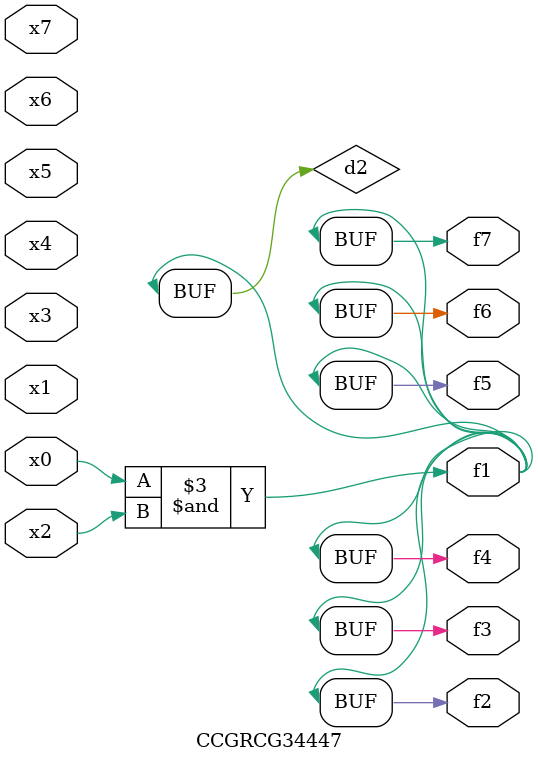
<source format=v>
module CCGRCG34447(
	input x0, x1, x2, x3, x4, x5, x6, x7,
	output f1, f2, f3, f4, f5, f6, f7
);

	wire d1, d2;

	nor (d1, x3, x6);
	and (d2, x0, x2);
	assign f1 = d2;
	assign f2 = d2;
	assign f3 = d2;
	assign f4 = d2;
	assign f5 = d2;
	assign f6 = d2;
	assign f7 = d2;
endmodule

</source>
